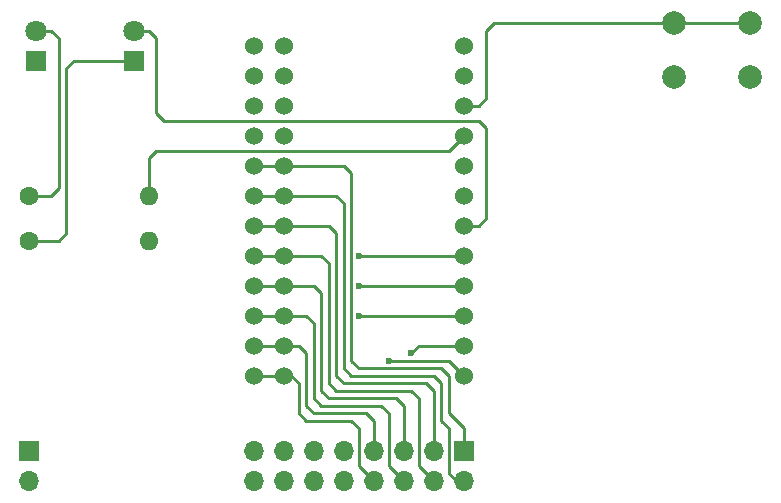
<source format=gtl>
G04 #@! TF.FileFunction,Copper,L1,Top,Signal*
%FSLAX46Y46*%
G04 Gerber Fmt 4.6, Leading zero omitted, Abs format (unit mm)*
G04 Created by KiCad (PCBNEW 4.0.7) date 11/03/19 13:36:46*
%MOMM*%
%LPD*%
G01*
G04 APERTURE LIST*
%ADD10C,0.100000*%
%ADD11R,1.800000X1.800000*%
%ADD12C,1.800000*%
%ADD13R,1.700000X1.700000*%
%ADD14O,1.700000X1.700000*%
%ADD15C,1.600000*%
%ADD16O,1.600000X1.600000*%
%ADD17C,2.000000*%
%ADD18C,1.524000*%
%ADD19C,0.600000*%
%ADD20C,0.250000*%
G04 APERTURE END LIST*
D10*
D11*
X126365000Y-105410000D03*
D12*
X126365000Y-102870000D03*
D11*
X134620000Y-105410000D03*
D12*
X134620000Y-102870000D03*
D13*
X162560000Y-138430000D03*
D14*
X162560000Y-140970000D03*
X160020000Y-138430000D03*
X160020000Y-140970000D03*
X157480000Y-138430000D03*
X157480000Y-140970000D03*
X154940000Y-138430000D03*
X154940000Y-140970000D03*
X152400000Y-138430000D03*
X152400000Y-140970000D03*
X149860000Y-138430000D03*
X149860000Y-140970000D03*
X147320000Y-138430000D03*
X147320000Y-140970000D03*
X144780000Y-138430000D03*
X144780000Y-140970000D03*
D15*
X125730000Y-116840000D03*
D16*
X135890000Y-116840000D03*
D15*
X125730000Y-120650000D03*
D16*
X135890000Y-120650000D03*
D17*
X180340000Y-106735000D03*
X180340000Y-102235000D03*
X186840000Y-106735000D03*
X186840000Y-102235000D03*
D13*
X125730000Y-138430000D03*
D14*
X125730000Y-140970000D03*
D18*
X147320000Y-132080000D03*
X147320000Y-129540000D03*
X147320000Y-127000000D03*
X147320000Y-124460000D03*
X147320000Y-121920000D03*
X147320000Y-119380000D03*
X147320000Y-116840000D03*
X147320000Y-114300000D03*
X147320000Y-111760000D03*
X147320000Y-109220000D03*
X147320000Y-106680000D03*
X147320000Y-104140000D03*
X144780000Y-106680000D03*
X144780000Y-109220000D03*
X144780000Y-111760000D03*
X144780000Y-114300000D03*
X144780000Y-116840000D03*
X144780000Y-119380000D03*
X144780000Y-121920000D03*
X144780000Y-124460000D03*
X144780000Y-127000000D03*
X144780000Y-129540000D03*
X144780000Y-132080000D03*
X162560000Y-132080000D03*
X162560000Y-129540000D03*
X162560000Y-127000000D03*
X162560000Y-124460000D03*
X162560000Y-121920000D03*
X162560000Y-119380000D03*
X162560000Y-116840000D03*
X162560000Y-114300000D03*
X162560000Y-111760000D03*
X162560000Y-109220000D03*
X162560000Y-106680000D03*
X162560000Y-104140000D03*
X144780000Y-104140000D03*
D19*
X156210000Y-130810000D03*
X158115000Y-130175000D03*
X153670000Y-127000000D03*
X153670000Y-124460000D03*
X153670000Y-121920000D03*
D20*
X147320000Y-114300000D02*
X144780000Y-114300000D01*
X160655000Y-131445000D02*
X153670000Y-131445000D01*
X162560000Y-136525000D02*
X161290000Y-135255000D01*
X161290000Y-135255000D02*
X161290000Y-132080000D01*
X161290000Y-132080000D02*
X160655000Y-131445000D01*
X162560000Y-138430000D02*
X162560000Y-136525000D01*
X152400000Y-114300000D02*
X147320000Y-114300000D01*
X153035000Y-114935000D02*
X152400000Y-114300000D01*
X153035000Y-130810000D02*
X153035000Y-114935000D01*
X153670000Y-131445000D02*
X153035000Y-130810000D01*
X160020000Y-132080000D02*
X153035000Y-132080000D01*
X161290000Y-140335000D02*
X161290000Y-136525000D01*
X161925000Y-140970000D02*
X161290000Y-140335000D01*
X160655000Y-135890000D02*
X160655000Y-132715000D01*
X160655000Y-132715000D02*
X160020000Y-132080000D01*
X161290000Y-136525000D02*
X160655000Y-135890000D01*
X151765000Y-116840000D02*
X147320000Y-116840000D01*
X152400000Y-117475000D02*
X151765000Y-116840000D01*
X152400000Y-131445000D02*
X152400000Y-117475000D01*
X153035000Y-132080000D02*
X152400000Y-131445000D01*
X144780000Y-116840000D02*
X147320000Y-116840000D01*
X162560000Y-140970000D02*
X161925000Y-140970000D01*
X147320000Y-119380000D02*
X144780000Y-119380000D01*
X159385000Y-132715000D02*
X152400000Y-132715000D01*
X160020000Y-133350000D02*
X159385000Y-132715000D01*
X160020000Y-138430000D02*
X160020000Y-133350000D01*
X151130000Y-119380000D02*
X147320000Y-119380000D01*
X151765000Y-120015000D02*
X151130000Y-119380000D01*
X151765000Y-132080000D02*
X151765000Y-120015000D01*
X152400000Y-132715000D02*
X151765000Y-132080000D01*
X147320000Y-121920000D02*
X150495000Y-121920000D01*
X158750000Y-139700000D02*
X158750000Y-133985000D01*
X158750000Y-133985000D02*
X158115000Y-133350000D01*
X158750000Y-139700000D02*
X160020000Y-140970000D01*
X151765000Y-133350000D02*
X158115000Y-133350000D01*
X151130000Y-132715000D02*
X151765000Y-133350000D01*
X151130000Y-122555000D02*
X151130000Y-132715000D01*
X150495000Y-121920000D02*
X151130000Y-122555000D01*
X144780000Y-121920000D02*
X147320000Y-121920000D01*
X147320000Y-124460000D02*
X144780000Y-124460000D01*
X156845000Y-133985000D02*
X151130000Y-133985000D01*
X157480000Y-134620000D02*
X156845000Y-133985000D01*
X157480000Y-138430000D02*
X157480000Y-134620000D01*
X149860000Y-124460000D02*
X147320000Y-124460000D01*
X150495000Y-125095000D02*
X149860000Y-124460000D01*
X150495000Y-133350000D02*
X150495000Y-125095000D01*
X151130000Y-133985000D02*
X150495000Y-133350000D01*
X147320000Y-127000000D02*
X144780000Y-127000000D01*
X147320000Y-127000000D02*
X149225000Y-127000000D01*
X150495000Y-134620000D02*
X149860000Y-133985000D01*
X149860000Y-133985000D02*
X149860000Y-127635000D01*
X149860000Y-127635000D02*
X149225000Y-127000000D01*
X156210000Y-139700000D02*
X157480000Y-140970000D01*
X156210000Y-135255000D02*
X155575000Y-134620000D01*
X156210000Y-139700000D02*
X156210000Y-135255000D01*
X155575000Y-134620000D02*
X150495000Y-134620000D01*
X147320000Y-129540000D02*
X144780000Y-129540000D01*
X154305000Y-135255000D02*
X149860000Y-135255000D01*
X154940000Y-135890000D02*
X154305000Y-135255000D01*
X154940000Y-138430000D02*
X154940000Y-135890000D01*
X148590000Y-129540000D02*
X147320000Y-129540000D01*
X149225000Y-130175000D02*
X148590000Y-129540000D01*
X149225000Y-134620000D02*
X149225000Y-130175000D01*
X149860000Y-135255000D02*
X149225000Y-134620000D01*
X147320000Y-132080000D02*
X147955000Y-132080000D01*
X147955000Y-132080000D02*
X148590000Y-132715000D01*
X153670000Y-139700000D02*
X153670000Y-136525000D01*
X153670000Y-136525000D02*
X153035000Y-135890000D01*
X154940000Y-140970000D02*
X153670000Y-139700000D01*
X149225000Y-135890000D02*
X153035000Y-135890000D01*
X148590000Y-135255000D02*
X149225000Y-135890000D01*
X148590000Y-132715000D02*
X148590000Y-135255000D01*
X144780000Y-132080000D02*
X147320000Y-132080000D01*
X145415000Y-132080000D02*
X144780000Y-132080000D01*
X161290000Y-130810000D02*
X162560000Y-132080000D01*
X156210000Y-130810000D02*
X161290000Y-130810000D01*
X158750000Y-129540000D02*
X162560000Y-129540000D01*
X158115000Y-130175000D02*
X158750000Y-129540000D01*
X153670000Y-127000000D02*
X162560000Y-127000000D01*
X153670000Y-124460000D02*
X162560000Y-124460000D01*
X162560000Y-121920000D02*
X153670000Y-121920000D01*
X162560000Y-119380000D02*
X163830000Y-119380000D01*
X135890000Y-102870000D02*
X134620000Y-102870000D01*
X136525000Y-103505000D02*
X135890000Y-102870000D01*
X136525000Y-109855000D02*
X136525000Y-103505000D01*
X137160000Y-110490000D02*
X136525000Y-109855000D01*
X163830000Y-110490000D02*
X137160000Y-110490000D01*
X164465000Y-111125000D02*
X163830000Y-110490000D01*
X164465000Y-118745000D02*
X164465000Y-111125000D01*
X163830000Y-119380000D02*
X164465000Y-118745000D01*
X145415000Y-113030000D02*
X161290000Y-113030000D01*
X135890000Y-113665000D02*
X136525000Y-113030000D01*
X135890000Y-116840000D02*
X135890000Y-113665000D01*
X136525000Y-113030000D02*
X145415000Y-113030000D01*
X161290000Y-113030000D02*
X162560000Y-111760000D01*
X180340000Y-102235000D02*
X165100000Y-102235000D01*
X163830000Y-109220000D02*
X162560000Y-109220000D01*
X164465000Y-108585000D02*
X163830000Y-109220000D01*
X164465000Y-102870000D02*
X164465000Y-108585000D01*
X165100000Y-102235000D02*
X164465000Y-102870000D01*
X180340000Y-102235000D02*
X186840000Y-102235000D01*
X126365000Y-102870000D02*
X127635000Y-102870000D01*
X127635000Y-116840000D02*
X125730000Y-116840000D01*
X128270000Y-116205000D02*
X127635000Y-116840000D01*
X128270000Y-103505000D02*
X128270000Y-116205000D01*
X127635000Y-102870000D02*
X128270000Y-103505000D01*
X125730000Y-120650000D02*
X128270000Y-120650000D01*
X129540000Y-105410000D02*
X134620000Y-105410000D01*
X128905000Y-106045000D02*
X129540000Y-105410000D01*
X128905000Y-120015000D02*
X128905000Y-106045000D01*
X128270000Y-120650000D02*
X128905000Y-120015000D01*
M02*

</source>
